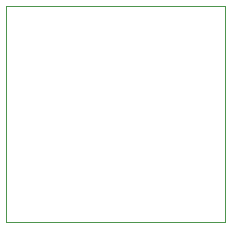
<source format=gm1>
G04 #@! TF.GenerationSoftware,KiCad,Pcbnew,(6.0.9)*
G04 #@! TF.CreationDate,2024-04-27T20:04:49+10:00*
G04 #@! TF.ProjectId,DFO,44464f2e-6b69-4636-9164-5f7063625858,rev?*
G04 #@! TF.SameCoordinates,Original*
G04 #@! TF.FileFunction,Profile,NP*
%FSLAX46Y46*%
G04 Gerber Fmt 4.6, Leading zero omitted, Abs format (unit mm)*
G04 Created by KiCad (PCBNEW (6.0.9)) date 2024-04-27 20:04:49*
%MOMM*%
%LPD*%
G01*
G04 APERTURE LIST*
G04 #@! TA.AperFunction,Profile*
%ADD10C,0.100000*%
G04 #@! TD*
G04 APERTURE END LIST*
D10*
X117856000Y-101346000D02*
X117856000Y-83058000D01*
X136398000Y-101346000D02*
X117856000Y-101346000D01*
X136398000Y-83058000D02*
X136398000Y-101346000D01*
X117856000Y-83058000D02*
X136398000Y-83058000D01*
M02*

</source>
